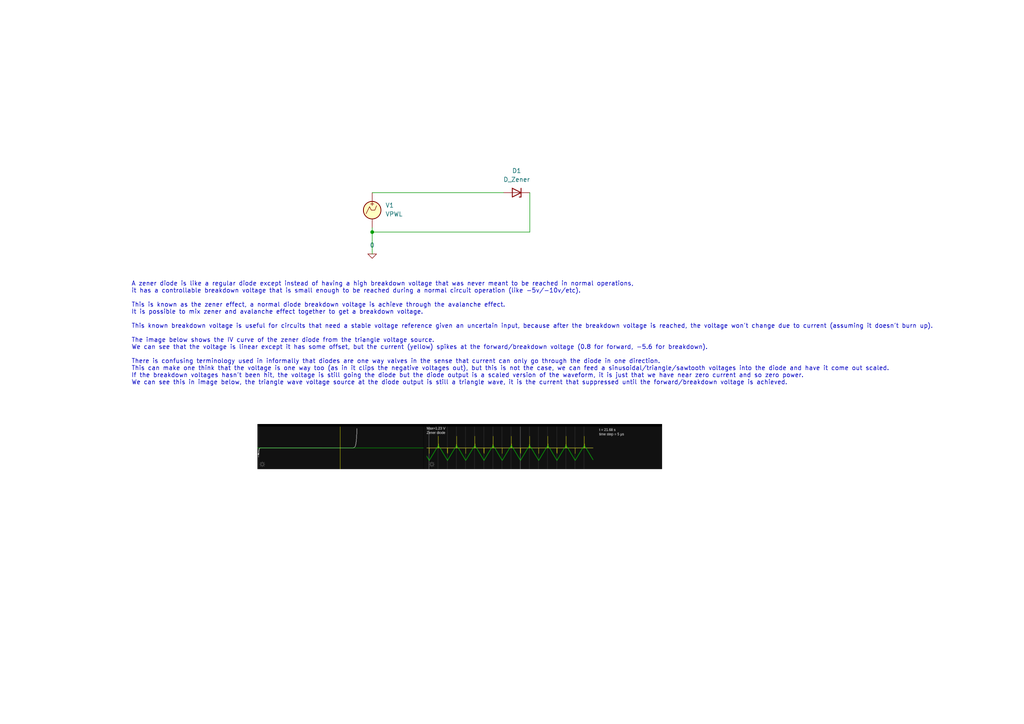
<source format=kicad_sch>
(kicad_sch (version 20230121) (generator eeschema)
  (paper "A4")
  (lib_symbols
    (symbol "Device:D_Zener" (pin_numbers hide) (pin_names (offset 1.016) hide)
      (property "Reference" "D" (at 0 2.54 0))
      (property "Value" "D_Zener" (at 0 -2.54 0))
      (symbol "D_Zener_0_1"
        (polyline (pts (xy 1.27 0) (xy -1.27 0)))
        (polyline (pts (xy -1.27 -1.27) (xy -1.27 1.27) (xy -0.762 1.27)) (stroke (width 0.254)))
        (polyline (pts (xy 1.27 -1.27) (xy 1.27 1.27) (xy -1.27 0) (xy 1.27 -1.27)) (stroke (width 0.254)))
      )
      (symbol "D_Zener_1_1"
        (pin passive line (at -3.81 0 0) (length 2.54) (name "K") (number "1"))
        (pin passive line (at 3.81 0 180) (length 2.54) (name "A") (number "2"))
      )
    )
    (symbol "Simulation_SPICE:0" (power) (pin_names (offset 0))
      (property "Value" "0" (at 0 -1.778 0))
      (symbol "0_0_1"
        (polyline (pts (xy -1.27 0) (xy 0 -1.27) (xy 1.27 0) (xy -1.27 0)))
      )
      (symbol "0_1_1"
        (pin power_in line (at 0 0 0) (length 0) hide (name "0") (number "1"))
      )
    )
    (symbol "Simulation_SPICE:VPWL" (pin_numbers hide) (pin_names (offset 0.0254))
      (property "Reference" "V" (at 2.54 2.54 0))
      (property "Value" "VPWL" (at 2.54 0 0))
      (property "Sim.Params" "pwl=\"0 -1 50n -1 51n 0 97n 1 171n -1 200n -1\"" (at 2.54 -2.54 0))
      (symbol "VPWL_0_0"
        (polyline (pts (xy -1.778 -1.016) (xy -0.762 1.016) (xy -0.254 0) (xy 0.762 0) (xy 1.27 1.27)))
        (text "+" (at 0 1.905 0) (effects (font (size 1.27 1.27))))
      )
      (symbol "VPWL_0_1"
        (circle (center 0 0) (radius 2.54) (stroke (width 0.254)) (fill (type background)))
      )
      (symbol "VPWL_1_1"
        (pin passive line (at 0 5.08 270) (length 2.54) (name "~") (number "1"))
        (pin passive line (at 0 -5.08 90) (length 2.54) (name "~") (number "2"))
      )
    )
  )
  (junction (at 107.95 67.31))
  (wire (pts (xy 107.95 67.31) (xy 107.95 66.04)))
  (wire (pts (xy 107.95 67.31) (xy 107.95 73.66)))
  (wire (pts (xy 107.95 55.88) (xy 146.05 55.88)))
  (wire (pts (xy 153.67 67.31) (xy 107.95 67.31)))
  (wire (pts (xy 153.67 55.88) (xy 153.67 67.31)))
  (image (at 133.35 129.54))
  (text "A zener diode is like a regular diode except instead of having a high breakdown voltage that was never meant to be reached in normal operations,\nit has a controllable breakdown voltage that is small enough to be reached during a normal circuit operation (like -5v/-10v/etc).\n\nThis is known as the zener effect, a normal diode breakdown voltage is achieve through the avalanche effect.\nIt is possible to mix zener and avalanche effect together to get a breakdown voltage.\n\nThis known breakdown voltage is useful for circuits that need a stable voltage reference given an uncertain input, because after the breakdown voltage is reached, the voltage won't change due to current (assuming it doesn't burn up).\n\nThe image below shows the IV curve of the zener diode from the triangle voltage source.\nWe can see that the voltage is linear except it has some offset, but the current (yellow) spikes at the forward/breakdown voltage (0.8 for forward, -5.6 for breakdown).\n\nThere is confusing terminology used in informally that diodes are one way valves in the sense that current can only go through the diode in one direction.\nThis can make one think that the voltage is one way too (as in it clips the negative voltages out), but this is not the case, we can feed a sinusoidal/triangle/sawtooth voltages into the diode and have it come out scaled.\nIf the breakdown voltages hasn't been hit, the voltage is still going the diode but the diode output is a scaled version of the waveform, it is just that we have near zero current and so zero power.\nWe can see this in image below, the triangle wave voltage source at the diode output is still a triangle wave, it is the current that suppressed until the forward/breakdown voltage is achieved." (at 38.1 111.76 0) (effects (font (size 1.27 1.27)) (justify left bottom)))
  (symbol (lib_id "Simulation_SPICE:VPWL") (at 107.95 60.96 0) (unit 1)
    (property "Reference" "V1" (at 111.76 59.5602 0) (effects (justify left)))
    (property "Value" "VPWL" (at 111.76 62.1002 0) (effects (justify left)))
    (property "Sim.Pins" "1=+ 2=-" (effects hide))
    (property "Sim.Device" "V" (effects hide))
    (property "Sim.Type" "PWL" (effects hide))
  )
  (symbol (lib_id "Device:D_Zener") (at 149.86 55.88 180) (unit 1)
    (property "Reference" "D1" (at 149.86 49.53 0))
    (property "Value" "D_Zener" (at 149.86 52.07 0))
  )
  (symbol (lib_id "Simulation_SPICE:0") (at 107.95 73.66 0) (unit 1)
    (property "Reference" "#GND01" (effects hide))
    (property "Value" "0" (at 107.95 71.12 0))
  )
)
</source>
